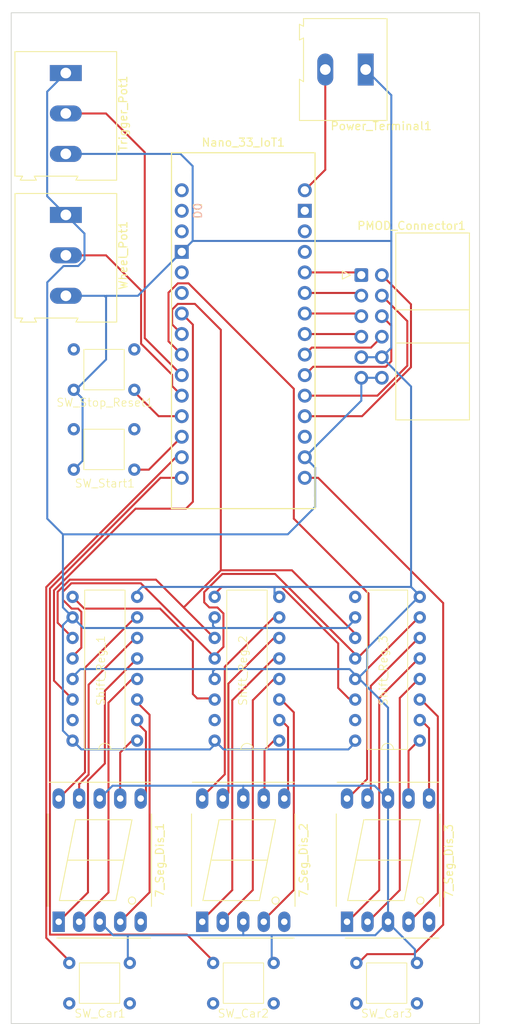
<source format=kicad_pcb>
(kicad_pcb (version 20221018) (generator pcbnew)
  (layers (0 "F.Cu" signal) (31 "B.Cu" signal) (34 "B.Paste" user) (35 "F.Paste" user) (36 "B.SilkS" user "B.Silkscreen") (37 "F.SilkS" user "F.Silkscreen") (38 "B.Mask" user) (39 "F.Mask" user) (44 "Edge.Cuts" user))
  (net 0 "")
  (net 1 "Net-(7_Seg_Dis_1-e)")
  (net 2 "Net-(7_Seg_Dis_1-d)")
  (net 3 "GND")
  (net 4 "Net-(7_Seg_Dis_1-c)")
  (net 6 "Net-(7_Seg_Dis_1-b)")
  (net 7 "Net-(7_Seg_Dis_1-a)")
  (net 8 "Net-(7_Seg_Dis_1-f)")
  (net 9 "Net-(7_Seg_Dis_1-g)")
  (net 10 "Net-(7_Seg_Dis_2-e)")
  (net 11 "Net-(7_Seg_Dis_2-d)")
  (net 12 "Net-(7_Seg_Dis_2-c)")
  (net 14 "Net-(7_Seg_Dis_2-b)")
  (net 15 "Net-(7_Seg_Dis_2-a)")
  (net 16 "Net-(7_Seg_Dis_2-f)")
  (net 17 "Net-(7_Seg_Dis_2-g)")
  (net 18 "Net-(7_Seg_Dis_3-e)")
  (net 19 "Net-(7_Seg_Dis_3-d)")
  (net 20 "Net-(7_Seg_Dis_3-c)")
  (net 22 "Net-(7_Seg_Dis_3-b)")
  (net 23 "Net-(7_Seg_Dis_3-a)")
  (net 24 "Net-(7_Seg_Dis_3-f)")
  (net 25 "Net-(7_Seg_Dis_3-g)")
  (net 26 "+5V")
  (net 28 "Net-(Nano_33_IoT1-A0{slash}DAC)")
  (net 29 "Net-(PMOD_Connector1-Pin_8)")
  (net 30 "Net-(Nano_33_IoT1-A4{slash}SDA)")
  (net 31 "Net-(Nano_33_IoT1-A5{slash}SCL)")
  (net 32 "Net-(PMOD_Connector1-Pin_6)")
  (net 38 "/LED_Data_In")
  (net 39 "/LED_Data_In_CLK")
  (net 40 "/LED_Store_CLK")
  (net 41 "Net-(Trigger_Pot1-Pin_2)")
  (net 42 "Net-(Wheel_Pot1-Pin_2)")
  (net 43 "Net-(Nano_33_IoT1-PadD9)")
  (net 44 "Net-(Nano_33_IoT1-PadD10)")
  (net 45 "Net-(Nano_33_IoT1-D11_MOSI)")
  (net 46 "Net-(Nano_33_IoT1-D12_MISO)")
  (net 47 "Net-(Nano_33_IoT1-D13_SCK)")
  (net 51 "Net-(Power_Terminal1-Pin_2)")
  (net 52 "Net-(Shift_Reg_1-QH')")
  (net 54 "Net-(Shift_Reg_2-QH')")
  (net 68 "Net-(PMOD_Connector1-Pin_1)")
  (net 69 "Net-(PMOD_Connector1-Pin_4)")
  (net 70 "Net-(PMOD_Connector1-Pin_3)")
  (footprint "TerminalBlock:TerminalBlock_Altech_AK300-3_P5.00mm" (layer "F.Cu") (at 183.77 51 -90)
    (fp_text reference "Wheel_Pot1" (at 5 -7.1 90) (layer "F.SilkS"))
    (fp_text value "Screw_1x3")
    (pad "1" thru_hole rect (at 0 0 270) (size 1.98 3.96) (drill 1.32) (layers "*.Cu" "*.Mask") (net 26 "+5V"))
    (pad "2" thru_hole oval (at 5 0 270) (size 1.98 3.96) (drill 1.32) (layers "*.Cu" "*.Mask") (net 42 "Net-(Wheel_Pot1-Pin_2)"))
    (pad "3" thru_hole oval (at 10 0 270) (size 1.98 3.96) (drill 1.32) (layers "*.Cu" "*.Mask") (net 3 "GND"))
  )
  (footprint "TerminalBlock:TerminalBlock_Altech_AK300-2_P5.00mm" (layer "F.Cu") (at 220.9 33.02 180)
    (fp_text reference "Power_Terminal1" (at -1.92 -6.99) (layer "F.SilkS"))
    (fp_text value "Screw_1x2")
    (pad "1" thru_hole rect (at 0 0 180) (size 1.98 3.96) (drill 1.32) (layers "*.Cu" "*.Mask") (net 3 "GND"))
    (pad "2" thru_hole oval (at 5 0 180) (size 1.98 3.96) (drill 1.32) (layers "*.Cu" "*.Mask") (net 51 "Net-(Power_Terminal1-Pin_2)"))
  )
  (footprint "Capstone:4Pin_Button" (layer "F.Cu") (at 188.5 70.13 90)
    (fp_text reference "SW_Stop_Reset1" (at -4.07 0.1 unlocked) (layer "F.SilkS") (effects (font (thickness 0.1))))
    (fp_text value "SW_MEC_5E")
    (pad "1" thru_hole circle (at -2.5 3.75 90) (size 1.524 1.524) (drill 0.762) (layers "*.Cu" "*.Mask") (net 43 "Net-(Nano_33_IoT1-PadD9)"))
    (pad "2" thru_hole circle (at 2.5 3.75 90) (size 1.524 1.524) (drill 0.762) (layers "*.Cu" "*.Mask"))
    (pad "3" thru_hole circle (at 2.5 -3.75 90) (size 1.524 1.524) (drill 0.762) (layers "*.Cu" "*.Mask"))
    (pad "4" thru_hole circle (at -2.5 -3.75 90) (size 1.524 1.524) (drill 0.762) (layers "*.Cu" "*.Mask") (net 3 "GND"))
  )
  (footprint "Capstone:4Pin_Button" (layer "F.Cu") (at 205.76 146 -90)
    (fp_text reference "SW_Car2" (at 3.75 0.01 unlocked) (layer "F.SilkS") (effects (font (thickness 0.1))))
    (fp_text value "SW_MEC_5E")
    (pad "1" thru_hole circle (at -2.5 3.75 270) (size 1.524 1.524) (drill 0.762) (layers "*.Cu" "*.Mask") (net 46 "Net-(Nano_33_IoT1-D12_MISO)"))
    (pad "2" thru_hole circle (at 2.5 3.75 270) (size 1.524 1.524) (drill 0.762) (layers "*.Cu" "*.Mask"))
    (pad "3" thru_hole circle (at 2.5 -3.75 270) (size 1.524 1.524) (drill 0.762) (layers "*.Cu" "*.Mask"))
    (pad "4" thru_hole circle (at -2.5 -3.75 270) (size 1.524 1.524) (drill 0.762) (layers "*.Cu" "*.Mask") (net 3 "GND"))
  )
  (footprint "Capstone:4Pin_Button" (layer "F.Cu") (at 187.94 146 -90)
    (fp_text reference "SW_Car1" (at 3.75 -0.06 unlocked) (layer "F.SilkS") (effects (font (thickness 0.1))))
    (fp_text value "SW_MEC_5E")
    (pad "1" thru_hole circle (at -2.5 3.75 270) (size 1.524 1.524) (drill 0.762) (layers "*.Cu" "*.Mask") (net 45 "Net-(Nano_33_IoT1-D11_MOSI)"))
    (pad "2" thru_hole circle (at 2.5 3.75 270) (size 1.524 1.524) (drill 0.762) (layers "*.Cu" "*.Mask"))
    (pad "3" thru_hole circle (at 2.5 -3.75 270) (size 1.524 1.524) (drill 0.762) (layers "*.Cu" "*.Mask"))
    (pad "4" thru_hole circle (at -2.5 -3.75 270) (size 1.524 1.524) (drill 0.762) (layers "*.Cu" "*.Mask") (net 3 "GND"))
  )
  (footprint "Display_7Segment:7SegmentLED_LTS6760_LTS6780" (layer "F.Cu") (at 218.59 138.41 90)
    (fp_text reference "7_Seg_Dis_3" (at 7.49 12.61 90) (layer "F.SilkS"))
    (fp_text value "LTS-6960HR")
    (pad "1" thru_hole rect (at 0 0) (size 1.524 2.524) (drill 0.8) (layers "*.Cu" "*.Mask") (net 18 "Net-(7_Seg_Dis_3-e)"))
    (pad "2" thru_hole oval (at 0 2.54) (size 1.524 2.524) (drill 0.8) (layers "*.Cu" "*.Mask") (net 19 "Net-(7_Seg_Dis_3-d)"))
    (pad "3" thru_hole oval (at 0 5.08) (size 1.524 2.524) (drill 0.8) (layers "*.Cu" "*.Mask") (net 3 "GND"))
    (pad "4" thru_hole oval (at 0 7.62) (size 1.524 2.524) (drill 0.8) (layers "*.Cu" "*.Mask") (net 20 "Net-(7_Seg_Dis_3-c)"))
    (pad "5" thru_hole oval (at 0 10.16) (size 1.524 2.524) (drill 0.8) (layers "*.Cu" "*.Mask"))
    (pad "6" thru_hole oval (at 15.24 10.16) (size 1.524 2.524) (drill 0.8) (layers "*.Cu" "*.Mask") (net 22 "Net-(7_Seg_Dis_3-b)"))
    (pad "7" thru_hole oval (at 15.24 7.62) (size 1.524 2.524) (drill 0.8) (layers "*.Cu" "*.Mask") (net 23 "Net-(7_Seg_Dis_3-a)"))
    (pad "8" thru_hole oval (at 15.24 5.08) (size 1.524 2.524) (drill 0.8) (layers "*.Cu" "*.Mask") (net 3 "GND"))
    (pad "9" thru_hole oval (at 15.24 2.54) (size 1.524 2.524) (drill 0.8) (layers "*.Cu" "*.Mask") (net 24 "Net-(7_Seg_Dis_3-f)"))
    (pad "10" thru_hole oval (at 15.24 0) (size 1.524 2.524) (drill 0.8) (layers "*.Cu" "*.Mask") (net 25 "Net-(7_Seg_Dis_3-g)"))
  )
  (footprint "Capstone:4Pin_Button" (layer "F.Cu") (at 188.5 80 90)
    (fp_text reference "SW_Start1" (at -4.2 0.1 unlocked) (layer "F.SilkS") (effects (font (thickness 0.1))))
    (fp_text value "SW_MEC_5E")
    (pad "1" thru_hole circle (at -2.5 3.75 90) (size 1.524 1.524) (drill 0.762) (layers "*.Cu" "*.Mask") (net 44 "Net-(Nano_33_IoT1-PadD10)"))
    (pad "2" thru_hole circle (at 2.5 3.75 90) (size 1.524 1.524) (drill 0.762) (layers "*.Cu" "*.Mask"))
    (pad "3" thru_hole circle (at 2.5 -3.75 90) (size 1.524 1.524) (drill 0.762) (layers "*.Cu" "*.Mask"))
    (pad "4" thru_hole circle (at -2.5 -3.75 90) (size 1.524 1.524) (drill 0.762) (layers "*.Cu" "*.Mask") (net 3 "GND"))
  )
  (footprint "TerminalBlock:TerminalBlock_Altech_AK300-3_P5.00mm" (layer "F.Cu") (at 183.76 33.455 -90)
    (fp_text reference "Trigger_Pot1" (at 5 -7.1 90) (layer "F.SilkS"))
    (fp_text value "Screw_1x3")
    (pad "1" thru_hole rect (at 0 0 270) (size 1.98 3.96) (drill 1.32) (layers "*.Cu" "*.Mask") (net 26 "+5V"))
    (pad "2" thru_hole oval (at 5 0 270) (size 1.98 3.96) (drill 1.32) (layers "*.Cu" "*.Mask") (net 41 "Net-(Trigger_Pot1-Pin_2)"))
    (pad "3" thru_hole oval (at 10 0 270) (size 1.98 3.96) (drill 1.32) (layers "*.Cu" "*.Mask") (net 3 "GND"))
  )
  (footprint "arduino-library:Arduino_Nano_33_IoT_Socket" (layer "F.Cu") (at 205.74 87.32)
    (fp_text reference "Nano_33_IoT1" (at 0 -45.28) (layer "F.SilkS"))
    (fp_text value "Arduino_Nano_33_IoT_Socket")
    (fp_text user "D0" (at -5.715 -36.83 -90 unlocked) (layer "B.SilkS") (effects (justify mirror)))
    (fp_text user "D0" (at -5.715 -36.83 -90 unlocked) (layer "F.SilkS"))
    (pad "" np_thru_hole circle (at -7.62 -41.91) (size 1.8 1.8) (drill 1.8) (layers "F&B.Cu" "*.Mask"))
    (pad "" np_thru_hole circle (at -7.62 -1.27) (size 1.8 1.8) (drill 1.8) (layers "F&B.Cu" "*.Mask"))
    (pad "" np_thru_hole circle (at 7.62 -41.91) (size 1.8 1.8) (drill 1.8) (layers "F&B.Cu" "*.Mask"))
    (pad "" np_thru_hole circle (at 7.62 -1.27) (size 1.8 1.8) (drill 1.8) (layers "F&B.Cu" "*.Mask"))
    (pad "3V3" thru_hole circle (at 7.62 -6.35) (size 1.7272 1.7272) (drill 1.016) (layers "*.Cu" "*.Mask") (net 26 "+5V"))
    (pad "5V" thru_hole circle (at 7.62 -31.75) (size 1.7272 1.7272) (drill 1.016) (layers "*.Cu" "*.Mask"))
    (pad "A0" thru_hole circle (at 7.62 -11.43) (size 1.7272 1.7272) (drill 1.016) (layers "*.Cu" "*.Mask") (net 28 "Net-(Nano_33_IoT1-A0{slash}DAC)"))
    (pad "A1" thru_hole circle (at 7.62 -13.97) (size 1.7272 1.7272) (drill 1.016) (layers "*.Cu" "*.Mask") (net 69 "Net-(PMOD_Connector1-Pin_4)"))
    (pad "A2" thru_hole circle (at 7.62 -16.51) (size 1.7272 1.7272) (drill 1.016) (layers "*.Cu" "*.Mask") (net 32 "Net-(PMOD_Connector1-Pin_6)"))
    (pad "A3" thru_hole circle (at 7.62 -19.05) (size 1.7272 1.7272) (drill 1.016) (layers "*.Cu" "*.Mask") (net 29 "Net-(PMOD_Connector1-Pin_8)"))
    (pad "A4" thru_hole circle (at 7.62 -21.59) (size 1.7272 1.7272) (drill 1.016) (layers "*.Cu" "*.Mask") (net 30 "Net-(Nano_33_IoT1-A4{slash}SDA)"))
    (pad "A5" thru_hole circle (at 7.62 -24.13) (size 1.7272 1.7272) (drill 1.016) (layers "*.Cu" "*.Mask") (net 31 "Net-(Nano_33_IoT1-A5{slash}SCL)"))
    (pad "A6" thru_hole circle (at 7.62 -26.67) (size 1.7272 1.7272) (drill 1.016) (layers "*.Cu" "*.Mask") (net 70 "Net-(PMOD_Connector1-Pin_3)"))
    (pad "A7" thru_hole circle (at 7.62 -29.21) (size 1.7272 1.7272) (drill 1.016) (layers "*.Cu" "*.Mask") (net 68 "Net-(PMOD_Connector1-Pin_1)"))
    (pad "AREF" thru_hole circle (at 7.62 -8.89) (size 1.7272 1.7272) (drill 1.016) (layers "*.Cu" "*.Mask"))
    (pad "D0" thru_hole circle (at -7.62 -36.83) (size 1.7272 1.7272) (drill 1.016) (layers "*.Cu" "*.Mask"))
    (pad "D1" thru_hole circle (at -7.62 -39.37) (size 1.7272 1.7272) (drill 1.016) (layers "*.Cu" "*.Mask"))
    (pad "D2" thru_hole circle (at -7.62 -29.21) (size 1.7272 1.7272) (drill 1.016) (layers "*.Cu" "*.Mask"))
    (pad "D3" thru_hole circle (at -7.62 -26.67) (size 1.7272 1.7272) (drill 1.016) (layers "*.Cu" "*.Mask"))
    (pad "D4" thru_hole circle (at -7.62 -24.13) (size 1.7272 1.7272) (drill 1.016) (layers "*.Cu" "*.Mask") (net 38 "/LED_Data_In"))
    (pad "D5" thru_hole circle (at -7.62 -21.59) (size 1.7272 1.7272) (drill 1.016) (layers "*.Cu" "*.Mask") (net 39 "/LED_Data_In_CLK"))
    (pad "D6" thru_hole circle (at -7.62 -19.05) (size 1.7272 1.7272) (drill 1.016) (layers "*.Cu" "*.Mask") (net 40 "/LED_Store_CLK"))
    (pad "D7" thru_hole circle (at -7.62 -16.51) (size 1.7272 1.7272) (drill 1.016) (layers "*.Cu" "*.Mask") (net 41 "Net-(Trigger_Pot1-Pin_2)"))
    (pad "D8" thru_hole circle (at -7.62 -13.97) (size 1.7272 1.7272) (drill 1.016) (layers "*.Cu" "*.Mask") (net 42 "Net-(Wheel_Pot1-Pin_2)"))
    (pad "D9" thru_hole circle (at -7.62 -11.43) (size 1.7272 1.7272) (drill 1.016) (layers "*.Cu" "*.Mask") (net 43 "Net-(Nano_33_IoT1-PadD9)"))
    (pad "D10" thru_hole circle (at -7.62 -8.89) (size 1.7272 1.7272) (drill 1.016) (layers "*.Cu" "*.Mask") (net 44 "Net-(Nano_33_IoT1-PadD10)"))
    (pad "D11" thru_hole circle (at -7.62 -6.35) (size 1.7272 1.7272) (drill 1.016) (layers "*.Cu" "*.Mask") (net 45 "Net-(Nano_33_IoT1-D11_MOSI)"))
    (pad "D12" thru_hole circle (at -7.62 -3.81) (size 1.7272 1.7272) (drill 1.016) (layers "*.Cu" "*.Mask") (net 46 "Net-(Nano_33_IoT1-D12_MISO)"))
    (pad "D13" thru_hole circle (at 7.62 -3.81) (size 1.7272 1.7272) (drill 1.016) (layers "*.Cu" "*.Mask") (net 47 "Net-(Nano_33_IoT1-D13_SCK)"))
    (pad "GND1" thru_hole rect (at -7.62 -31.75) (size 1.7272 1.7272) (drill 1.016) (layers "*.Cu" "*.Mask") (net 3 "GND"))
    (pad "GND2" thru_hole rect (at 7.62 -36.83) (size 1.7272 1.7272) (drill 1.016) (layers "*.Cu" "*.Mask"))
    (pad "RST1" thru_hole circle (at -7.62 -34.29) (size 1.7272 1.7272) (drill 1.016) (layers "*.Cu" "*.Mask"))
    (pad "RST2" thru_hole circle (at 7.62 -34.29) (size 1.7272 1.7272) (drill 1.016) (layers "*.Cu" "*.Mask"))
    (pad "VIN" thru_hole circle (at 7.62 -39.37) (size 1.7272 1.7272) (drill 1.016) (layers "*.Cu" "*.Mask") (net 51 "Net-(Power_Terminal1-Pin_2)"))
  )
  (footprint "Capstone:74HC595_16Pin_DIP" (layer "F.Cu") (at 188.6 107.35 90)
    (fp_text reference "Shift_Reg_1" (at 0 -0.5 90 unlocked) (layer "F.SilkS") (effects (font (thickness 0.1))))
    (fp_text value "74LS595")
    (pad "1" thru_hole circle (at -8.66 4 90) (size 1.524 1.524) (drill 0.762) (layers "*.Cu" "*.Mask") (net 7 "Net-(7_Seg_Dis_1-a)"))
    (pad "2" thru_hole circle (at -6.12 4 90) (size 1.524 1.524) (drill 0.762) (layers "*.Cu" "*.Mask") (net 6 "Net-(7_Seg_Dis_1-b)"))
    (pad "3" thru_hole circle (at -3.58 4 90) (size 1.524 1.524) (drill 0.762) (layers "*.Cu" "*.Mask") (net 4 "Net-(7_Seg_Dis_1-c)"))
    (pad "4" thru_hole circle (at -1.04 4 90) (size 1.524 1.524) (drill 0.762) (layers "*.Cu" "*.Mask") (net 2 "Net-(7_Seg_Dis_1-d)"))
    (pad "5" thru_hole circle (at 1.5 4 90) (size 1.524 1.524) (drill 0.762) (layers "*.Cu" "*.Mask") (net 1 "Net-(7_Seg_Dis_1-e)"))
    (pad "6" thru_hole circle (at 4.04 4 90) (size 1.524 1.524) (drill 0.762) (layers "*.Cu" "*.Mask") (net 8 "Net-(7_Seg_Dis_1-f)"))
    (pad "7" thru_hole circle (at 6.58 4 90) (size 1.524 1.524) (drill 0.762) (layers "*.Cu" "*.Mask") (net 9 "Net-(7_Seg_Dis_1-g)"))
    (pad "8" thru_hole circle (at 9.12 4 90) (size 1.524 1.524) (drill 0.762) (layers "*.Cu" "*.Mask") (net 3 "GND"))
    (pad "9" thru_hole circle (at 9.12 -4 270) (size 1.524 1.524) (drill 0.762) (layers "*.Cu" "*.Mask") (net 52 "Net-(Shift_Reg_1-QH')"))
    (pad "10" thru_hole circle (at 6.58 -4 270) (size 1.524 1.524) (drill 0.762) (layers "*.Cu" "*.Mask") (net 26 "+5V"))
    (pad "11" thru_hole circle (at 4.04 -4 270) (size 1.524 1.524) (drill 0.762) (layers "*.Cu" "*.Mask") (net 39 "/LED_Data_In_CLK"))
    (pad "12" thru_hole circle (at 1.5 -4 270) (size 1.524 1.524) (drill 0.762) (layers "*.Cu" "*.Mask") (net 40 "/LED_Store_CLK"))
    (pad "13" thru_hole circle (at -1.04 -4 270) (size 1.524 1.524) (drill 0.762) (layers "*.Cu" "*.Mask") (net 3 "GND"))
    (pad "14" thru_hole circle (at -3.58 -4 270) (size 1.524 1.524) (drill 0.762) (layers "*.Cu" "*.Mask") (net 38 "/LED_Data_In"))
    (pad "15" thru_hole circle (at -6.12 -4 270) (size 1.524 1.524) (drill 0.762) (layers "*.Cu" "*.Mask"))
    (pad "16" thru_hole circle (at -8.66 -4 270) (size 1.524 1.524) (drill 0.762) (layers "*.Cu" "*.Mask") (net 26 "+5V"))
  )
  (footprint "Display_7Segment:7SegmentLED_LTS6760_LTS6780" (layer "F.Cu") (at 200.66 138.41 90)
    (fp_text reference "7_Seg_Dis_2" (at 7.61 12.54 90) (layer "F.SilkS"))
    (fp_text value "LTS-6960HR")
    (pad "1" thru_hole rect (at 0 0) (size 1.524 2.524) (drill 0.8) (layers "*.Cu" "*.Mask") (net 10 "Net-(7_Seg_Dis_2-e)"))
    (pad "2" thru_hole oval (at 0 2.54) (size 1.524 2.524) (drill 0.8) (layers "*.Cu" "*.Mask") (net 11 "Net-(7_Seg_Dis_2-d)"))
    (pad "3" thru_hole oval (at 0 5.08) (size 1.524 2.524) (drill 0.8) (layers "*.Cu" "*.Mask") (net 3 "GND"))
    (pad "4" thru_hole oval (at 0 7.62) (size 1.524 2.524) (drill 0.8) (layers "*.Cu" "*.Mask") (net 12 "Net-(7_Seg_Dis_2-c)"))
    (pad "5" thru_hole oval (at 0 10.16) (size 1.524 2.524) (drill 0.8) (layers "*.Cu" "*.Mask"))
    (pad "6" thru_hole oval (at 15.24 10.16) (size 1.524 2.524) (drill 0.8) (layers "*.Cu" "*.Mask") (net 14 "Net-(7_Seg_Dis_2-b)"))
    (pad "7" thru_hole oval (at 15.24 7.62) (size 1.524 2.524) (drill 0.8) (layers "*.Cu" "*.Mask") (net 15 "Net-(7_Seg_Dis_2-a)"))
    (pad "8" thru_hole oval (at 15.24 5.08) (size 1.524 2.524) (drill 0.8) (layers "*.Cu" "*.Mask") (net 3 "GND"))
    (pad "9" thru_hole oval (at 15.24 2.54) (size 1.524 2.524) (drill 0.8) (layers "*.Cu" "*.Mask") (net 16 "Net-(7_Seg_Dis_2-f)"))
    (pad "10" thru_hole oval (at 15.24 0) (size 1.524 2.524) (drill 0.8) (layers "*.Cu" "*.Mask") (net 17 "Net-(7_Seg_Dis_2-g)"))
  )
  (footprint "Capstone:74HC595_16Pin_DIP" (layer "F.Cu") (at 206.2 107.35 90)
    (fp_text reference "Shift_Reg_2" (at 0 -0.5 90 unlocked) (layer "F.SilkS") (effects (font (thickness 0.1))))
    (fp_text value "74LS595")
    (pad "1" thru_hole circle (at -8.66 4 90) (size 1.524 1.524) (drill 0.762) (layers "*.Cu" "*.Mask") (net 15 "Net-(7_Seg_Dis_2-a)"))
    (pad "2" thru_hole circle (at -6.12 4 90) (size 1.524 1.524) (drill 0.762) (layers "*.Cu" "*.Mask") (net 14 "Net-(7_Seg_Dis_2-b)"))
    (pad "3" thru_hole circle (at -3.58 4 90) (size 1.524 1.524) (drill 0.762) (layers "*.Cu" "*.Mask") (net 12 "Net-(7_Seg_Dis_2-c)"))
    (pad "4" thru_hole circle (at -1.04 4 90) (size 1.524 1.524) (drill 0.762) (layers "*.Cu" "*.Mask") (net 11 "Net-(7_Seg_Dis_2-d)"))
    (pad "5" thru_hole circle (at 1.5 4 90) (size 1.524 1.524) (drill 0.762) (layers "*.Cu" "*.Mask") (net 10 "Net-(7_Seg_Dis_2-e)"))
    (pad "6" thru_hole circle (at 4.04 4 90) (size 1.524 1.524) (drill 0.762) (layers "*.Cu" "*.Mask") (net 16 "Net-(7_Seg_Dis_2-f)"))
    (pad "7" thru_hole circle (at 6.58 4 90) (size 1.524 1.524) (drill 0.762) (layers "*.Cu" "*.Mask") (net 17 "Net-(7_Seg_Dis_2-g)"))
    (pad "8" thru_hole circle (at 9.12 4 90) (size 1.524 1.524) (drill 0.762) (layers "*.Cu" "*.Mask") (net 3 "GND"))
    (pad "9" thru_hole circle (at 9.12 -4 270) (size 1.524 1.524) (drill 0.762) (layers "*.Cu" "*.Mask") (net 54 "Net-(Shift_Reg_2-QH')"))
    (pad "10" thru_hole circle (at 6.58 -4 270) (size 1.524 1.524) (drill 0.762) (layers "*.Cu" "*.Mask") (net 26 "+5V"))
    (pad "11" thru_hole circle (at 4.04 -4 270) (size 1.524 1.524) (drill 0.762) (layers "*.Cu" "*.Mask") (net 39 "/LED_Data_In_CLK"))
    (pad "12" thru_hole circle (at 1.5 -4 270) (size 1.524 1.524) (drill 0.762) (layers "*.Cu" "*.Mask") (net 40 "/LED_Store_CLK"))
    (pad "13" thru_hole circle (at -1.04 -4 270) (size 1.524 1.524) (drill 0.762) (layers "*.Cu" "*.Mask") (net 3 "GND"))
    (pad "14" thru_hole circle (at -3.58 -4 270) (size 1.524 1.524) (drill 0.762) (layers "*.Cu" "*.Mask") (net 52 "Net-(Shift_Reg_1-QH')"))
    (pad "15" thru_hole circle (at -6.12 -4 270) (size 1.524 1.524) (drill 0.762) (layers "*.Cu" "*.Mask"))
    (pad "16" thru_hole circle (at -8.66 -4 270) (size 1.524 1.524) (drill 0.762) (layers "*.Cu" "*.Mask") (net 26 "+5V"))
  )
  (footprint "Display_7Segment:7SegmentLED_LTS6760_LTS6780" (layer "F.Cu") (at 182.88 138.41 90)
    (fp_text reference "7_Seg_Dis_1" (at 7.62 12.52 90) (layer "F.SilkS"))
    (fp_text value "LTS-6960HR")
    (pad "1" thru_hole rect (at 0 0) (size 1.524 2.524) (drill 0.8) (layers "*.Cu" "*.Mask") (net 1 "Net-(7_Seg_Dis_1-e)"))
    (pad "2" thru_hole oval (at 0 2.54) (size 1.524 2.524) (drill 0.8) (layers "*.Cu" "*.Mask") (net 2 "Net-(7_Seg_Dis_1-d)"))
    (pad "3" thru_hole oval (at 0 5.08) (size 1.524 2.524) (drill 0.8) (layers "*.Cu" "*.Mask") (net 3 "GND"))
    (pad "4" thru_hole oval (at 0 7.62) (size 1.524 2.524) (drill 0.8) (layers "*.Cu" "*.Mask") (net 4 "Net-(7_Seg_Dis_1-c)"))
    (pad "5" thru_hole oval (at 0 10.16) (size 1.524 2.524) (drill 0.8) (layers "*.Cu" "*.Mask"))
    (pad "6" thru_hole oval (at 15.24 10.16) (size 1.524 2.524) (drill 0.8) (layers "*.Cu" "*.Mask") (net 6 "Net-(7_Seg_Dis_1-b)"))
    (pad "7" thru_hole oval (at 15.24 7.62) (size 1.524 2.524) (drill 0.8) (layers "*.Cu" "*.Mask") (net 7 "Net-(7_Seg_Dis_1-a)"))
    (pad "8" thru_hole oval (at 15.24 5.08) (size 1.524 2.524) (drill 0.8) (layers "*.Cu" "*.Mask") (net 3 "GND"))
    (pad "9" thru_hole oval (at 15.24 2.54) (size 1.524 2.524) (drill 0.8) (layers "*.Cu" "*.Mask") (net 8 "Net-(7_Seg_Dis_1-f)"))
    (pad "10" thru_hole oval (at 15.24 0) (size 1.524 2.524) (drill 0.8) (layers "*.Cu" "*.Mask") (net 9 "Net-(7_Seg_Dis_1-g)"))
  )
  (footprint "Capstone:4Pin_Button" (layer "F.Cu") (at 223.5 146 -90)
    (fp_text reference "SW_Car3" (at 3.75 0 unlocked) (layer "F.SilkS") (effects (font (thickness 0.1))))
    (fp_text value "SW_MEC_5E")
    (pad "1" thru_hole circle (at -2.5 3.75 270) (size 1.524 1.524) (drill 0.762) (layers "*.Cu" "*.Mask") (net 47 "Net-(Nano_33_IoT1-D13_SCK)"))
    (pad "2" thru_hole circle (at 2.5 3.75 270) (size 1.524 1.524) (drill 0.762) (layers "*.Cu" "*.Mask"))
    (pad "3" thru_hole circle (at 2.5 -3.75 270) (size 1.524 1.524) (drill 0.762) (layers "*.Cu" "*.Mask"))
    (pad "4" thru_hole circle (at -2.5 -3.75 270) (size 1.524 1.524) (drill 0.762) (layers "*.Cu" "*.Mask") (net 3 "GND"))
  )
  (footprint "Capstone:74HC595_16Pin_DIP" (layer "F.Cu") (at 223.6 107.35 90)
    (fp_text reference "Shift_Reg_3" (at 0 -0.5 90 unlocked) (layer "F.SilkS") (effects (font (thickness 0.1))))
    (fp_text value "74LS595")
    (pad "1" thru_hole circle (at -8.66 4 90) (size 1.524 1.524) (drill 0.762) (layers "*.Cu" "*.Mask") (net 23 "Net-(7_Seg_Dis_3-a)"))
    (pad "2" thru_hole circle (at -6.12 4 90) (size 1.524 1.524) (drill 0.762) (layers "*.Cu" "*.Mask") (net 22 "Net-(7_Seg_Dis_3-b)"))
    (pad "3" thru_hole circle (at -3.58 4 90) (size 1.524 1.524) (drill 0.762) (layers "*.Cu" "*.Mask") (net 20 "Net-(7_Seg_Dis_3-c)"))
    (pad "4" thru_hole circle (at -1.04 4 90) (size 1.524 1.524) (drill 0.762) (layers "*.Cu" "*.Mask") (net 19 "Net-(7_Seg_Dis_3-d)"))
    (pad "5" thru_hole circle (at 1.5 4 90) (size 1.524 1.524) (drill 0.762) (layers "*.Cu" "*.Mask") (net 18 "Net-(7_Seg_Dis_3-e)"))
    (pad "6" thru_hole circle (at 4.04 4 90) (size 1.524 1.524) (drill 0.762) (layers "*.Cu" "*.Mask") (net 24 "Net-(7_Seg_Dis_3-f)"))
    (pad "7" thru_hole circle (at 6.58 4 90) (size 1.524 1.524) (drill 0.762) (layers "*.Cu" "*.Mask") (net 25 "Net-(7_Seg_Dis_3-g)"))
    (pad "8" thru_hole circle (at 9.12 4 90) (size 1.524 1.524) (drill 0.762) (layers "*.Cu" "*.Mask") (net 3 "GND"))
    (pad "9" thru_hole circle (at 9.12 -4 270) (size 1.524 1.524) (drill 0.762) (layers "*.Cu" "*.Mask"))
    (pad "10" thru_hole circle (at 6.58 -4 270) (size 1.524 1.524) (drill 0.762) (layers "*.Cu" "*.Mask") (net 26 "+5V"))
    (pad "11" thru_hole circle (at 4.04 -4 270) (size 1.524 1.524) (drill 0.762) (layers "*.Cu" "*.Mask") (net 39 "/LED_Data_In_CLK"))
    (pad "12" thru_hole circle (at 1.5 -4 270) (size 1.524 1.524) (drill 0.762) (layers "*.Cu" "*.Mask") (net 40 "/LED_Store_CLK"))
    (pad "13" thru_hole circle (at -1.04 -4 270) (size 1.524 1.524) (drill 0.762) (layers "*.Cu" "*.Mask") (net 3 "GND"))
    (pad "14" thru_hole circle (at -3.58 -4 270) (size 1.524 1.524) (drill 0.762) (layers "*.Cu" "*.Mask") (net 54 "Net-(Shift_Reg_2-QH')"))
    (pad "15" thru_hole circle (at -6.12 -4 270) (size 1.524 1.524) (drill 0.762) (layers "*.Cu" "*.Mask"))
    (pad "16" thru_hole circle (at -8.66 -4 270) (size 1.524 1.524) (drill 0.762) (layers "*.Cu" "*.Mask") (net 26 "+5V"))
  )
  (footprint "Connector_IDC:IDC-Header_2x06_P2.54mm_Horizontal" (layer "F.Cu") (at 220.3625 58.44)
    (fp_text reference "PMOD_Connector1" (at 6.215 -6.1) (layer "F.SilkS"))
    (fp_text value "Conn_02x06_Counter_Clockwise")
    (pad "1" thru_hole roundrect (at 0 0) (size 1.7 1.7) (drill 1) (layers "*.Cu" "*.Mask") (roundrect_rratio 0.1470588235) (net 68 "Net-(PMOD_Connector1-Pin_1)"))
    (pad "2" thru_hole circle (at 2.54 0) (size 1.7 1.7) (drill 1) (layers "*.Cu" "*.Mask") (net 28 "Net-(Nano_33_IoT1-A0{slash}DAC)"))
    (pad "3" thru_hole circle (at 0 2.54) (size 1.7 1.7) (drill 1) (layers "*.Cu" "*.Mask") (net 70 "Net-(PMOD_Connector1-Pin_3)"))
    (pad "4" thru_hole circle (at 2.54 2.54) (size 1.7 1.7) (drill 1) (layers "*.Cu" "*.Mask") (net 69 "Net-(PMOD_Connector1-Pin_4)"))
    (pad "5" thru_hole circle (at 0 5.08) (size 1.7 1.7) (drill 1) (layers "*.Cu" "*.Mask") (net 31 "Net-(Nano_33_IoT1-A5{slash}SCL)"))
    (pad "6" thru_hole circle (at 2.54 5.08) (size 1.7 1.7) (drill 1) (layers "*.Cu" "*.Mask") (net 32 "Net-(PMOD_Connector1-Pin_6)"))
    (pad "7" thru_hole circle (at 0 7.62) (size 1.7 1.7) (drill 1) (layers "*.Cu" "*.Mask") (net 30 "Net-(Nano_33_IoT1-A4{slash}SDA)"))
    (pad "8" thru_hole circle (at 2.54 7.62) (size 1.7 1.7) (drill 1) (layers "*.Cu" "*.Mask") (net 29 "Net-(PMOD_Connector1-Pin_8)"))
    (pad "9" thru_hole circle (at 0 10.16) (size 1.7 1.7) (drill 1) (layers "*.Cu" "*.Mask") (net 3 "GND"))
    (pad "10" thru_hole circle (at 2.54 10.16) (size 1.7 1.7) (drill 1) (layers "*.Cu" "*.Mask") (net 3 "GND"))
    (pad "11" thru_hole circle (at 0 12.7) (size 1.7 1.7) (drill 1) (layers "*.Cu" "*.Mask") (net 26 "+5V"))
    (pad "12" thru_hole circle (at 2.54 12.7) (size 1.7 1.7) (drill 1) (layers "*.Cu" "*.Mask") (net 26 "+5V"))
  )
  (gr_rect (start 177 26) (end 235 151) (stroke (width 0.1)) (fill none) (layer "Edge.Cuts"))
  (segment (start 188.597 109.853) (end 192.6 105.85) (width 0.25) (layer "F.Cu") (net 1))
  (segment (start 186.507 120.929396) (end 188.597 118.839396) (width 0.25) (layer "F.Cu") (net 1))
  (segment (start 182.88 138.41) (end 186.507 134.783) (width 0.25) (layer "F.Cu") (net 1))
  (segment (start 188.597 118.839396) (end 188.597 109.853) (width 0.25) (layer "F.Cu") (net 1))
  (segment (start 186.507 134.783) (end 186.507 120.929396) (width 0.25) (layer "F.Cu") (net 1))
  (segment (start 189.047 134.783) (end 189.047 111.313) (width 0.25) (layer "F.Cu") (net 2))
  (segment (start 189.047 111.313) (end 192.11 108.25) (width 0.25) (layer "F.Cu") (net 2))
  (segment (start 185.42 138.41) (end 189.047 134.783) (width 0.25) (layer "F.Cu") (net 2))
  (segment (start 222.9025 68.6) (end 226.523 72.2205) (width 0.25) (layer "B.Cu") (net 3))
  (segment (start 226.523 97.003) (end 227.61 98.09) (width 0.25) (layer "B.Cu") (net 3))
  (segment (start 205.74 123.17) (end 205.74 121.593) (width 0.25) (layer "B.Cu") (net 3))
  (segment (start 224.0775 67.425) (end 222.9025 68.6) (width 0.25) (layer "B.Cu") (net 3))
  (segment (start 192.11 98.09) (end 193.197 97.003) (width 0.25) (layer "B.Cu") (net 3))
  (segment (start 222.003 121.583) (end 223.67 123.25) (width 0.25) (layer "B.Cu") (net 3))
  (segment (start 198.12 55.57) (end 199.4714 54.2186) (width 0.25) (layer "B.Cu") (net 3))
  (segment (start 199.4714 44.958278) (end 197.968122 43.455) (width 0.25) (layer "B.Cu") (net 3))
  (segment (start 188.55 61) (end 183.77 61) (width 0.25) (layer "B.Cu") (net 3))
  (segment (start 192.69 61) (end 198.12 55.57) (width 0.25) (layer "B.Cu") (net 3))
  (segment (start 224.0461 54.2186) (end 224.0775 54.25) (width 0.25) (layer "B.Cu") (net 3))
  (segment (start 188.75 61.2) (end 188.55 61) (width 0.25) (layer "B.Cu") (net 3))
  (segment (start 224.0775 36.1975) (end 224.0775 54.25) (width 0.25) (layer "B.Cu") (net 3))
  (segment (start 218.903 107.163) (end 219.99 108.25) (width 0.25) (layer "B.Cu") (net 3))
  (segment (start 201.99 107.423) (end 202.25 107.163) (width 0.25) (layer "B.Cu") (net 3))
  (segment (start 188.75 61.2) (end 188.75 61) (width 0.25) (layer "B.Cu") (net 3))
  (segment (start 209.26 140.087) (end 209.25 140.077) (width 0.25) (layer "B.Cu") (net 3))
  (segment (start 223.67 111.93) (end 223.67 123.25) (width 0.25) (layer "B.Cu") (net 3))
  (segment (start 205.74 138.41) (end 205.74 140.067) (width 0.25) (layer "B.Cu") (net 3))
  (segment (start 209.26 143.5) (end 209.26 140.087) (width 0.25) (layer "B.Cu") (net 3))
  (segment (start 191.44 140.137) (end 191.5 140.077) (width 0.25) (layer "B.Cu") (net 3))
  (segment (start 188.75 61) (end 192.69 61) (width 0.25) (layer "B.Cu") (net 3))
  (segment (start 197.968122 43.455) (end 183.76 43.455) (width 0.25) (layer "B.Cu") (net 3))
  (segment (start 191.44 143.5) (end 191.44 140.137) (width 0.25) (layer "B.Cu") (net 3))
  (segment (start 205.75 121.583) (end 222.003 121.583) (width 0.25) (layer "B.Cu") (net 3))
  (segment (start 184.49 108.25) (end 185.577 107.163) (width 0.25) (layer "B.Cu") (net 3))
  (segment (start 201.99 108.25) (end 201.99 107.423) (width 0.25) (layer "B.Cu") (net 3))
  (segment (start 189.627 140.077) (end 191.5 140.077) (width 0.25) (layer "B.Cu") (net 3))
  (segment (start 222.9025 68.6) (end 220.3625 68.6) (width 0.25) (layer "B.Cu") (net 3))
  (segment (start 209.75 97.003) (end 226.523 97.003) (width 0.25) (layer "B.Cu") (net 3))
  (segment (start 220.9 33.02) (end 224.0775 36.1975) (width 0.25) (layer "B.Cu") (net 3))
  (segment (start 185.577 107.163) (end 202.25 107.163) (width 0.25) (layer "B.Cu") (net 3))
  (segment (start 226.523 72.2205) (end 226.523 97.003) (width 0.25) (layer "B.Cu") (net 3))
  (segment (start 189.547 121.583) (end 205.75 121.583) (width 0.25) (layer "B.Cu") (net 3))
  (segment (start 219.99 108.25) (end 221.077 107.163) (width 0.25) (layer "B.Cu") (net 3))
  (segment (start 191.5 140.077) (end 205.75 140.077) (width 0.25) (layer "B.Cu") (net 3))
  (segment (start 202.25 107.163) (end 218.903 107.163) (width 0.25) (layer "B.Cu") (net 3))
  (segment (start 199.4714 54.2186) (end 199.4714 44.958278) (width 0.25) (layer "B.Cu") (net 3))
  (segment (start 209.25 140.077) (end 222.083 140.077) (width 0.25) (layer "B.Cu") (net 3))
  (segment (start 219.99 108.25) (end 223.67 111.93) (width 0.25) (layer "B.Cu") (net 3))
  (segment (start 185.837 81.413) (end 185.837 73.717) (width 0.25) (layer "B.Cu") (net 3))
  (segment (start 193.197 97.003) (end 209.75 97.003) (width 0.25) (layer "B.Cu") (net 3))
  (segment (start 221.077 107.163) (end 221.077 104.623) (width 0.25) (layer "B.Cu") (net 3))
  (segment (start 187.96 138.41) (end 189.627 140.077) (width 0.25) (layer "B.Cu") (net 3))
  (segment (start 185 72.63) (end 188.75 68.88) (width 0.25) (layer "B.Cu") (net 3))
  (segment (start 184.75 82.5) (end 185.837 81.413) (width 0.25) (layer "B.Cu") (net 3))
  (segment (start 221.077 104.623) (end 227.61 98.09) (width 0.25) (layer "B.Cu") (net 3))
  (segment (start 209.61 98.09) (end 209.61 97.143) (width 0.25) (layer "B.Cu") (net 3))
  (segment (start 187.96 123.17) (end 189.547 121.583) (width 0.25) (layer "B.Cu") (net 3))
  (segment (start 227 143.5) (end 227 141.82) (width 0.25) (layer "B.Cu") (net 3))
  (segment (start 185.837 73.717) (end 184.75 72.63) (width 0.25) (layer "B.Cu") (net 3))
  (segment (start 224.0775 54.25) (end 224.0775 67.425) (width 0.25) (layer "B.Cu") (net 3))
  (segment (start 223.67 123.17) (end 223.67 138.41) (width 0.25) (layer "B.Cu") (net 3))
  (segment (start 199.4714 54.2186) (end 224.0461 54.2186) (width 0.25) (layer "B.Cu") (net 3))
  (segment (start 205.74 140.067) (end 205.75 140.077) (width 0.25) (layer "B.Cu") (net 3))
  (segment (start 205.74 121.593) (end 205.75 121.583) (width 0.25) (layer "B.Cu") (net 3))
  (segment (start 209.61 97.143) (end 209.75 97.003) (width 0.25) (layer "B.Cu") (net 3))
  (segment (start 188.75 68.88) (end 188.75 61.2) (width 0.25) (layer "B.Cu") (net 3))
  (segment (start 205.75 140.077) (end 209.25 140.077) (width 0.25) (layer "B.Cu") (net 3))
  (segment (start 222.083 140.077) (end 223.67 138.49) (width 0.25) (layer "B.Cu") (net 3))
  (segment (start 227 141.82) (end 223.67 138.49) (width 0.25) (layer "B.Cu") (net 3))
  (segment (start 192.11 110.79) (end 194.137 112.817) (width 0.25) (layer "F.Cu") (net 4))
  (segment (start 194.137 112.817) (end 194.137 134.773) (width 0.25) (layer "F.Cu") (net 4))
  (segment (start 194.137 134.773) (end 190.5 138.41) (width 0.25) (layer "F.Cu") (net 4))
  (segment (start 193.687 122.523) (end 193.04 123.17) (width 0.25) (layer "F.Cu") (net 6))
  (segment (start 192.11 113.33) (end 193.687 114.907) (width 0.25) (layer "F.Cu") (net 6))
  (segment (start 193.687 114.907) (end 193.687 122.523) (width 0.25) (layer "F.Cu") (net 6))
  (segment (start 190.5 117.48) (end 192.11 115.87) (width 0.25) (layer "F.Cu") (net 7))
  (segment (start 190.5 123.17) (end 190.5 117.48) (width 0.25) (layer "F.Cu") (net 7))
  (segment (start 185.42 121.42) (end 185.42 123.17) (width 0.25) (layer "F.Cu") (net 8))
  (segment (start 186.587 109.093) (end 186.587 120.213) (width 0.25) (layer "F.Cu") (net 8))
  (segment (start 186.587 120.213) (end 185.4 121.4) (width 0.25) (layer "F.Cu") (net 8))
  (segment (start 185.4 121.4) (end 185.42 121.42) (width 0.25) (layer "F.Cu") (net 8))
  (segment (start 186.587 109.093) (end 192.6 103.08) (width 0.25) (layer "F.Cu") (net 8))
  (segment (start 182.88 123.17) (end 186.137 119.913) (width 0.25) (layer "F.Cu") (net 9))
  (segment (start 186.137 107.003) (end 192.6 100.54) (width 0.25) (layer "F.Cu") (net 9))
  (segment (start 186.137 119.913) (end 186.137 107.003) (width 0.25) (layer "F.Cu") (net 9))
  (segment (start 204.38 111.018) (end 209.983 105.415) (width 0.25) (layer "F.Cu") (net 10))
  (segment (start 200.753 138.115) (end 204.38 134.488) (width 0.25) (layer "F.Cu") (net 10))
  (segment (start 204.38 134.488) (end 204.38 111.018) (width 0.25) (layer "F.Cu") (net 10))
  (segment (start 206.92 134.488) (end 206.92 111.018) (width 0.25) (layer "F.Cu") (net 11))
  (segment (start 206.92 111.018) (end 209.983 107.955) (width 0.25) (layer "F.Cu") (net 11))
  (segment (start 203.293 138.115) (end 206.92 134.488) (width 0.25) (layer "F.Cu") (net 11))
  (segment (start 208.373 138.115) (end 212 134.488) (width 0.25) (layer "F.Cu") (net 12))
  (segment (start 212 112.512) (end 209.983 110.495) (width 0.25) (layer "F.Cu") (net 12))
  (segment (start 212 134.488) (end 212 112.512) (width 0.25) (layer "F.Cu") (net 12))
  (segment (start 209.983 113.035) (end 211.287 114.339) (width 0.25) (layer "F.Cu") (net 14))
  (segment (start 211.287 114.339) (end 211.287 122.703) (width 0.25) (layer "F.Cu") (net 14))
  (segment (start 211.287 122.703) (end 210.82 123.17) (width 0.25) (layer "F.Cu") (net 14))
  (segment (start 210.913 122.875) (end 211.07 122.718) (width 0.25) (layer "F.Cu") (net 14))
  (segment (start 208.373 122.875) (end 208.373 117.185) (width 0.25) (layer "F.Cu") (net 15))
  (segment (start 208.373 117.185) (end 209.983 115.575) (width 0.25) (layer "F.Cu") (net 15))
  (segment (start 203.9 122.47) (end 203.2 123.17) (width 0.25) (layer "F.Cu") (net 16))
  (segment (start 203.9 108.958) (end 203.9 122.47) (width 0.25) (layer "F.Cu") (net 16))
  (segment (start 203.9 108.958) (end 209.983 102.875) (width 0.25) (layer "F.Cu") (net 16))
  (segment (start 203.293 122.875) (end 203.9 122.268) (width 0.25) (layer "F.Cu") (net 16))
  (segment (start 203.45 106.868) (end 209.983 100.335) (width 0.25) (layer "F.Cu") (net 17))
  (segment (start 200.753 122.875) (end 203.45 120.178) (width 0.25) (layer "F.Cu") (net 17))
  (segment (start 203.45 120.178) (end 203.45 106.868) (width 0.25) (layer "F.Cu") (net 17))
  (segment (start 218.59 138.49) (end 222.583 134.497) (width 0.25) (layer "F.Cu") (net 18))
  (segment (start 222.583 110.737) (end 227.61 105.71) (width 0.25) (layer "F.Cu") (net 18))
  (segment (start 222.583 134.497) (end 222.583 110.737) (width 0.25) (layer "F.Cu") (net 18))
  (segment (start 221.13 138.49) (end 225.123 134.497) (width 0.25) (layer "F.Cu") (net 19))
  (segment (start 225.123 110.737) (end 227.61 108.25) (width 0.25) (layer "F.Cu") (net 19))
  (segment (start 225.123 134.497) (end 225.123 110.737) (width 0.25) (layer "F.Cu") (net 19))
  (segment (start 226.21 138.49) (end 229.837 134.863) (width 0.25) (layer "F.Cu") (net 20))
  (segment (start 229.837 134.863) (end 229.837 113.017) (width 0.25) (layer "F.Cu") (net 20))
  (segment (start 229.837 113.017) (end 227.61 110.79) (width 0.25) (layer "F.Cu") (net 20))
  (segment (start 228.75 114.47) (end 227.61 113.33) (width 0.25) (layer "F.Cu") (net 22))
  (segment (start 228.75 123.25) (end 228.75 114.47) (width 0.25) (layer "F.Cu") (net 22))
  (segment (start 226.21 117.27) (end 227.61 115.87) (width 0.25) (layer "F.Cu") (net 23))
  (segment (start 226.21 123.25) (end 226.21 117.27) (width 0.25) (layer "F.Cu") (net 23))
  (segment (start 221.527 122.853) (end 221.527 109.253) (width 0.25) (layer "F.Cu") (net 24))
  (segment (start 221.13 123.25) (end 221.527 122.853) (width 0.25) (layer "F.Cu") (net 24))
  (segment (start 221.527 109.253) (end 227.61 103.17) (width 0.25) (layer "F.Cu") (net 24))
  (segment (start 221.077 107.163) (end 227.61 100.63) (width 0.25) (layer "F.Cu") (net 25))
  (segment (start 218.59 123.25) (end 221.077 120.763) (width 0.25) (layer "F.Cu") (net 25))
  (segment (start 221.077 120.763) (end 221.077 107.163) (width 0.25) (layer "F.Cu") (net 25))
  (segment (start 220.3625 73.9675) (end 213.36 80.97) (width 0.25) (layer "B.Cu") (net 26))
  (segment (start 184.49 115.87) (end 183.403 114.783) (width 0.25) (layer "B.Cu") (net 26))
  (segment (start 183.485 57.315) (end 181.465 59.335) (width 0.25) (layer "B.Cu") (net 26))
  (segment (start 201.99 116.717) (end 201.61 117.097) (width 0.25) (layer "B.Cu") (net 26))
  (segment (start 201.99 115.87) (end 201.99 116.717) (width 0.25) (layer "B.Cu") (net 26))
  (segment (start 203.287 117.097) (end 202.2 116.01) (width 0.25) (layer "B.Cu") (net 26))
  (segment (start 186.075 53.305) (end 186.075 56.544691) (width 0.25) (layer "B.Cu") (net 26))
  (segment (start 214.635 87.115) (end 211.25 90.5) (width 0.25) (layer "B.Cu") (net 26))
  (segment (start 185.304691 57.315) (end 183.485 57.315) (width 0.25) (layer "B.Cu") (net 26))
  (segment (start 201.99 101.823) (end 202.25 102.083) (width 0.25) (layer "B.Cu") (net 26))
  (segment (start 213.36 80.97) (end 214.635 82.245) (width 0.25) (layer "B.Cu") (net 26))
  (segment (start 186.075 56.544691) (end 185.304691 57.315) (width 0.25) (layer "B.Cu") (net 26))
  (segment (start 184.49 100.63) (end 183.403 99.543) (width 0.25) (layer "B.Cu") (net 26))
  (segment (start 211.25 90.5) (end 183.403 90.5) (width 0.25) (layer "B.Cu") (net 26))
  (segment (start 183.403 99.543) (end 183.403 90.5) (width 0.25) (layer "B.Cu") (net 26))
  (segment (start 183.77 51) (end 186.075 53.305) (width 0.25) (layer "B.Cu") (net 26))
  (segment (start 183.403 101.717) (end 184.49 100.63) (width 0.25) (layer "B.Cu") (net 26))
  (segment (start 220.3625 71.14) (end 222.9025 71.14) (width 0.25) (layer "B.Cu") (net 26))
  (segment (start 219.99 100.63) (end 218.537 102.083) (width 0.25) (layer "B.Cu") (net 26))
  (segment (start 185.687 117.097) (end 184.6 116.01) (width 0.25) (layer "B.Cu") (net 26))
  (segment (start 201.61 117.097) (end 185.687 117.097) (width 0.25) (layer "B.Cu") (net 26))
  (segment (start 202.25 102.083) (end 185.943 102.083) (width 0.25) (layer "B.Cu") (net 26))
  (segment (start 181.465 59.335) (end 181.465 88.562) (width 0.25) (layer "B.Cu") (net 26))
  (segment (start 185.577 116.957) (end 184.49 115.87) (width 0.25) (layer "B.Cu") (net 26))
  (segment (start 183.403 114.783) (end 183.403 101.717) (width 0.25) (layer "B.Cu") (net 26))
  (segment (start 181.465 88.562) (end 183.403 90.5) (width 0.25) (layer "B.Cu") (net 26))
  (segment (start 218.763 117.097) (end 203.287 117.097) (width 0.25) (layer "B.Cu") (net 26))
  (segment (start 183.77 51) (end 181.455 48.685) (width 0.25) (layer "B.Cu") (net 26))
  (segment (start 214.635 82.245) (end 214.635 87.115) (width 0.25) (layer "B.Cu") (net 26))
  (segment (start 218.537 102.083) (end 202.25 102.083) (width 0.25) (layer "B.Cu") (net 26))
  (segment (start 201.99 100.63) (end 201.99 101.823) (width 0.25) (layer "B.Cu") (net 26))
  (segment (start 185.943 102.083) (end 184.49 100.63) (width 0.25) (layer "B.Cu") (net 26))
  (segment (start 220.3625 71.14) (end 220.3625 73.9675) (width 0.25) (layer "B.Cu") (net 26))
  (segment (start 219.99 115.87) (end 218.763 117.097) (width 0.25) (layer "B.Cu") (net 26))
  (segment (start 181.455 35.76) (end 183.76 33.455) (width 0.25) (layer "B.Cu") (net 26))
  (segment (start 181.455 48.685) (end 181.455 35.76) (width 0.25) (layer "B.Cu") (net 26))
  (segment (start 226.51 62.0475) (end 222.9025 58.44) (width 0.25) (layer "F.Cu") (net 28))
  (segment (start 220.450597 75.89) (end 226.51 69.830597) (width 0.25) (layer "F.Cu") (net 28))
  (segment (start 213.36 75.89) (end 220.450597 75.89) (width 0.25) (layer "F.Cu") (net 28))
  (segment (start 226.51 69.830597) (end 226.51 62.0475) (width 0.25) (layer "F.Cu") (net 28))
  (segment (start 214.223599 67.406401) (end 221.556099 67.406401) (width 0.25) (layer "F.Cu") (net 29))
  (segment (start 221.556099 67.406401) (end 222.9025 66.06) (width 0.25) (layer "F.Cu") (net 29))
  (segment (start 213.36 68.27) (end 214.223599 67.406401) (width 0.25) (layer "F.Cu") (net 29))
  (segment (start 213.36 65.73) (end 220.0325 65.73) (width 0.25) (layer "F.Cu") (net 30))
  (segment (start 220.0325 65.73) (end 220.3625 66.06) (width 0.25) (layer "F.Cu") (net 30))
  (segment (start 213.36 63.19) (end 220.0325 63.19) (width 0.25) (layer "F.Cu") (net 31))
  (segment (start 220.0325 63.19) (end 220.3625 63.52) (width 0.25) (layer "F.Cu") (net 31))
  (segment (start 224.0775 69.086701) (end 224.0775 64.695) (width 0.25) (layer "F.Cu") (net 32))
  (segment (start 224.0775 64.695) (end 222.9025 63.52) (width 0.25) (layer "F.Cu") (net 32))
  (segment (start 213.36 70.81) (end 214.395 69.775) (width 0.25) (layer "F.Cu") (net 32))
  (segment (start 223.389201 69.775) (end 224.0775 69.086701) (width 0.25) (layer "F.Cu") (net 32))
  (segment (start 214.395 69.775) (end 223.389201 69.775) (width 0.25) (layer "F.Cu") (net 32))
  (segment (start 199.5 86.473122) (end 199.5 64.57) (width 0.25) (layer "F.Cu") (net 38))
  (segment (start 198.648122 87.325) (end 199.5 86.473122) (width 0.25) (layer "F.Cu") (net 38))
  (segment (start 182.3 97.427208) (end 192.402208 87.325) (width 0.25) (layer "F.Cu") (net 38))
  (segment (start 182.3 108.6) (end 182.3 97.427208) (width 0.25) (layer "F.Cu") (net 38))
  (segment (start 192.402208 87.325) (end 198.648122 87.325) (width 0.25) (layer "F.Cu") (net 38))
  (segment (start 184.49 110.79) (end 182.3 108.6) (width 0.25) (layer "F.Cu") (net 38))
  (segment (start 199.5 64.57) (end 198.12 63.19) (width 0.25) (layer "F.Cu") (net 38))
  (segment (start 194.923 96.103) (end 184.260604 96.103) (width 0.25) (layer "F.Cu") (net 39))
  (segment (start 219.99 103.17) (end 211.766802 94.946802) (width 0.25) (layer "F.Cu") (net 39))
  (segment (start 197.629065 62) (end 199.75 62) (width 0.25) (layer "F.Cu") (net 39))
  (segment (start 184.260604 96.103) (end 182.75 97.613604) (width 0.25) (layer "F.Cu") (net 39))
  (segment (start 202.959551 65.209551) (end 202.959551 94.946802) (width 0.25) (layer "F.Cu") (net 39))
  (segment (start 198.41 99.59) (end 194.923 96.103) (width 0.25) (layer "F.Cu") (net 39))
  (segment (start 202.959551 94.946802) (end 198.41 99.496353) (width 0.25) (layer "F.Cu") (net 39))
  (segment (start 198.41 99.496353) (end 198.41 99.59) (width 0.25) (layer "F.Cu") (net 39))
  (segment (start 182.75 97.613604) (end 182.75 101.43) (width 0.25) (layer "F.Cu") (net 39))
  (segment (start 182.75 101.43) (end 184.49 103.17) (width 0.25) (layer "F.Cu") (net 39))
  (segment (start 211.766802 94.946802) (end 202.959551 94.946802) (width 0.25) (layer "F.Cu") (net 39))
  (segment (start 199.75 62) (end 202.959551 65.209551) (width 0.25) (layer "F.Cu") (net 39))
  (segment (start 201.99 103.17) (end 198.41 99.59) (width 0.25) (layer "F.Cu") (net 39))
  (segment (start 198.12 65.73) (end 196.9314 64.5414) (width 0.25) (layer "F.Cu") (net 39))
  (segment (start 196.9314 64.5414) (end 196.9314 62.697665) (width 0.25) (layer "F.Cu") (net 39))
  (segment (start 196.9314 62.697665) (end 197.629065 62) (width 0.25) (layer "F.Cu") (net 39))
  (segment (start 212 72.5) (end 212 88.562749) (width 0.25) (layer "F.Cu") (net 40))
  (segment (start 221.25 104.45) (end 219.99 105.71) (width 0.25) (layer "F.Cu") (net 40))
  (segment (start 185.687 100.089749) (end 185.687 104.513) (width 0.25) (layer "F.Cu") (net 40))
  (segment (start 219.99 105.71) (end 209.676802 95.396802) (width 0.25) (layer "F.Cu") (net 40))
  (segment (start 185.687 104.513) (end 184.49 105.71) (width 0.25) (layer "F.Cu") (net 40))
  (segment (start 185.280251 99.683) (end 185.687 100.089749) (width 0.25) (layer "F.Cu") (net 40))
  (segment (start 212 88.562749) (end 221.25 97.812749) (width 0.25) (layer "F.Cu") (net 40))
  (segment (start 184.483 99.683) (end 185.280251 99.683) (width 0.25) (layer "F.Cu") (net 40))
  (segment (start 198.9614 59.4614) (end 212 72.5) (width 0.25) (layer "F.Cu") (net 40))
  (segment (start 203.287 100.287) (end 203.287 104.413) (width 0.25) (layer "F.Cu") (net 40))
  (segment (start 198.12 68.27) (end 196.4814 66.6314) (width 0.25) (layer "F.Cu") (net 40))
  (segment (start 201.99 105.71) (end 201.99 105.49) (width 0.25) (layer "F.Cu") (net 40))
  (segment (start 197.627665 59.4614) (end 198.9614 59.4614) (width 0.25) (layer "F.Cu") (net 40))
  (segment (start 203.145947 95.396802) (end 200.903 97.639749) (width 0.25) (layer "F.Cu") (net 40))
  (segment (start 193.053 96.553) (end 184.447 96.553) (width 0.25) (layer "F.Cu") (net 40))
  (segment (start 183.403 97.597) (end 183.403 98.603) (width 0.25) (layer "F.Cu") (net 40))
  (segment (start 196.4814 60.607665) (end 197.627665 59.4614) (width 0.25) (layer "F.Cu") (net 40))
  (segment (start 202.543 99.543) (end 203.287 100.287) (width 0.25) (layer "F.Cu") (net 40))
  (segment (start 200.903 97.639749) (end 200.903 98.906251) (width 0.25) (layer "F.Cu") (net 40))
  (segment (start 183.403 98.603) (end 184.483 99.683) (width 0.25) (layer "F.Cu") (net 40))
  (segment (start 203.287 104.413) (end 201.99 105.71) (width 0.25) (layer "F.Cu") (net 40))
  (segment (start 184.447 96.553) (end 183.403 97.597) (width 0.25) (layer "F.Cu") (net 40))
  (segment (start 209.676802 95.396802) (end 203.145947 95.396802) (width 0.25) (layer "F.Cu") (net 40))
  (segment (start 201.539749 99.543) (end 202.543 99.543) (width 0.25) (layer "F.Cu") (net 40))
  (segment (start 221.25 97.812749) (end 221.25 104.45) (width 0.25) (layer "F.Cu") (net 40))
  (segment (start 201.99 105.49) (end 193.053 96.553) (width 0.25) (layer "F.Cu") (net 40))
  (segment (start 196.4814 66.6314) (end 196.4814 60.607665) (width 0.25) (layer "F.Cu") (net 40))
  (segment (start 200.903 98.906251) (end 201.539749 99.543) (width 0.25) (layer "F.Cu") (net 40))
  (segment (start 193.537 66.227) (end 198.12 70.81) (width 0.25) (layer "F.Cu") (net 41))
  (segment (start 188.74 38.455) (end 193.537 43.252) (width 0.25) (layer "F.Cu") (net 41))
  (segment (start 188.74 38.455) (end 183.76 38.455) (width 0.25) (layer "F.Cu") (net 41))
  (segment (start 193.537 43.252) (end 193.537 66.227) (width 0.25) (layer "F.Cu") (net 41))
  (segment (start 196.9314 72.1614) (end 198.12 73.35) (width 0.25) (layer "F.Cu") (net 42))
  (segment (start 193.087 66.929749) (end 196.9314 70.774149) (width 0.25) (layer "F.Cu") (net 42))
  (segment (start 188.75 56) (end 183.77 56) (width 0.25) (layer "F.Cu") (net 42))
  (segment (start 188.75 56) (end 193.087 60.337) (width 0.25) (layer "F.Cu") (net 42))
  (segment (start 193.087 60.337) (end 193.087 66.929749) (width 0.25) (layer "F.Cu") (net 42))
  (segment (start 196.9314 70.774149) (end 196.9314 72.1614) (width 0.25) (layer "F.Cu") (net 42))
  (segment (start 195.26 75.89) (end 192 72.63) (width 0.25) (layer "F.Cu") (net 43))
  (segment (start 198.12 75.89) (end 195.26 75.89) (width 0.25) (layer "F.Cu") (net 43))
  (segment (start 192 82.5) (end 194.05 82.5) (width 0.25) (layer "F.Cu") (net 44))
  (segment (start 194.05 82.5) (end 198.12 78.43) (width 0.25) (layer "F.Cu") (net 44))
  (segment (start 181.343 140.403) (end 181.343 97.020604) (width 0.25) (layer "F.Cu") (net 45))
  (segment (start 184.44 143.5) (end 181.343 140.403) (width 0.25) (layer "F.Cu") (net 45))
  (segment (start 197.393604 80.97) (end 198.12 80.97) (width 0.25) (layer "F.Cu") (net 45))
  (segment (start 181.343 97.020604) (end 197.393604 80.97) (width 0.25) (layer "F.Cu") (net 45))
  (segment (start 181.793 139.997) (end 181.793 97.207) (width 0.25) (layer "F.Cu") (net 46))
  (segment (start 195.49 83.51) (end 198.12 83.51) (width 0.25) (layer "F.Cu") (net 46))
  (segment (start 198.757 139.997) (end 181.793 139.997) (width 0.25) (layer "F.Cu") (net 46))
  (segment (start 202.26 143.5) (end 198.757 139.997) (width 0.25) (layer "F.Cu") (net 46))
  (segment (start 181.793 97.207) (end 195.49 83.51) (width 0.25) (layer "F.Cu") (net 46))
  (segment (start 220 143.5) (end 221.087 142.413) (width 0.25) (layer "F.Cu") (net 47))
  (segment (start 230.5 99) (end 215.01 83.51) (width 0.25) (layer "F.Cu") (net 47))
  (segment (start 215.01 83.51) (end 213.36 83.51) (width 0.25) (layer "F.Cu") (net 47))
  (segment (start 221.087 142.413) (end 226.86425 142.413) (width 0.25) (layer "F.Cu") (net 47))
  (segment (start 230.5 138.77725) (end 230.5 99) (width 0.25) (layer "F.Cu") (net 47))
  (segment (start 226.86425 142.413) (end 230.5 138.77725) (width 0.25) (layer "F.Cu") (net 47))
  (segment (start 215.9 45.41) (end 213.36 47.95) (width 0.25) (layer "F.Cu") (net 51))
  (segment (start 215.9 33.02) (end 215.9 45.41) (width 0.25) (layer "F.Cu") (net 51))
  (segment (start 195.433 99.683) (end 186.053 99.683) (width 0.25) (layer "F.Cu") (net 52))
  (segment (start 199.5 110.25) (end 200.04 110.79) (width 0.25) (layer "F.Cu") (net 52))
  (segment (start 186.053 99.683) (end 184.6 98.23) (width 0.25) (layer "F.Cu") (net 52))
  (segment (start 201.99 110.51) (end 201.99 110.79) (width 0.25) (layer "F.Cu") (net 52))
  (segment (start 199.5 103.75) (end 199.5 110.25) (width 0.25) (layer "F.Cu") (net 52))
  (segment (start 200.04 110.79) (end 201.99 110.79) (width 0.25) (layer "F.Cu") (net 52))
  (segment (start 199.5 103.75) (end 195.433 99.683) (width 0.25) (layer "F.Cu") (net 52))
  (segment (start 217.5 103.992749) (end 210.510251 97.003) (width 0.25) (layer "F.Cu") (net 54))
  (segment (start 217.5 109.5) (end 217.5 103.992749) (width 0.25) (layer "F.Cu") (net 54))
  (segment (start 219.99 110.79) (end 218.79 110.79) (width 0.25) (layer "F.Cu") (net 54))
  (segment (start 210.510251 97.003) (end 203.077 97.003) (width 0.25) (layer "F.Cu") (net 54))
  (segment (start 203.077 97.003) (end 201.99 98.09) (width 0.25) (layer "F.Cu") (net 54))
  (segment (start 218.79 110.79) (end 217.5 109.5) (width 0.25) (layer "F.Cu") (net 54))
  (segment (start 220.0325 58.11) (end 220.3625 58.44) (width 0.25) (layer "F.Cu") (net 68))
  (segment (start 213.36 58.11) (end 220.0325 58.11) (width 0.25) (layer "F.Cu") (net 68))
  (segment (start 213.36 73.35) (end 222.354201 73.35) (width 0.25) (layer "F.Cu") (net 69))
  (segment (start 222.354201 73.35) (end 226.06 69.644201) (width 0.25) (layer "F.Cu") (net 69))
  (segment (start 226.06 64.1375) (end 222.9025 60.98) (width 0.25) (layer "F.Cu") (net 69))
  (segment (start 226.06 69.644201) (end 226.06 64.1375) (width 0.25) (layer "F.Cu") (net 69))
  (segment (start 220.0325 60.65) (end 220.3625 60.98) (width 0.25) (layer "F.Cu") (net 70))
  (segment (start 213.36 60.65) (end 220.0325 60.65) (width 0.25) (layer "F.Cu") (net 70))
)
</source>
